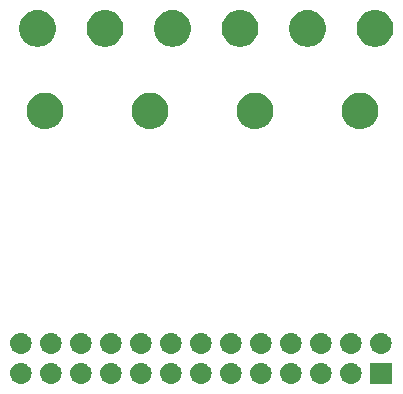
<source format=gbr>
G04 #@! TF.GenerationSoftware,KiCad,Pcbnew,(5.1.4)-1*
G04 #@! TF.CreationDate,2019-12-12T20:06:14+09:00*
G04 #@! TF.ProjectId,microcar_head,6d696372-6f63-4617-925f-686561642e6b,rev?*
G04 #@! TF.SameCoordinates,Original*
G04 #@! TF.FileFunction,Soldermask,Bot*
G04 #@! TF.FilePolarity,Negative*
%FSLAX46Y46*%
G04 Gerber Fmt 4.6, Leading zero omitted, Abs format (unit mm)*
G04 Created by KiCad (PCBNEW (5.1.4)-1) date 2019-12-12 20:06:14*
%MOMM*%
%LPD*%
G04 APERTURE LIST*
%ADD10C,0.100000*%
G04 APERTURE END LIST*
D10*
G36*
X20938443Y-63240519D02*
G01*
X21004627Y-63247037D01*
X21174466Y-63298557D01*
X21330991Y-63382222D01*
X21366729Y-63411552D01*
X21468186Y-63494814D01*
X21551448Y-63596271D01*
X21580778Y-63632009D01*
X21664443Y-63788534D01*
X21715963Y-63958373D01*
X21733359Y-64135000D01*
X21715963Y-64311627D01*
X21664443Y-64481466D01*
X21580778Y-64637991D01*
X21551448Y-64673729D01*
X21468186Y-64775186D01*
X21366729Y-64858448D01*
X21330991Y-64887778D01*
X21174466Y-64971443D01*
X21004627Y-65022963D01*
X20938442Y-65029482D01*
X20872260Y-65036000D01*
X20783740Y-65036000D01*
X20717558Y-65029482D01*
X20651373Y-65022963D01*
X20481534Y-64971443D01*
X20325009Y-64887778D01*
X20289271Y-64858448D01*
X20187814Y-64775186D01*
X20104552Y-64673729D01*
X20075222Y-64637991D01*
X19991557Y-64481466D01*
X19940037Y-64311627D01*
X19922641Y-64135000D01*
X19940037Y-63958373D01*
X19991557Y-63788534D01*
X20075222Y-63632009D01*
X20104552Y-63596271D01*
X20187814Y-63494814D01*
X20289271Y-63411552D01*
X20325009Y-63382222D01*
X20481534Y-63298557D01*
X20651373Y-63247037D01*
X20717557Y-63240519D01*
X20783740Y-63234000D01*
X20872260Y-63234000D01*
X20938443Y-63240519D01*
X20938443Y-63240519D01*
G37*
G36*
X43798443Y-63240519D02*
G01*
X43864627Y-63247037D01*
X44034466Y-63298557D01*
X44190991Y-63382222D01*
X44226729Y-63411552D01*
X44328186Y-63494814D01*
X44411448Y-63596271D01*
X44440778Y-63632009D01*
X44524443Y-63788534D01*
X44575963Y-63958373D01*
X44593359Y-64135000D01*
X44575963Y-64311627D01*
X44524443Y-64481466D01*
X44440778Y-64637991D01*
X44411448Y-64673729D01*
X44328186Y-64775186D01*
X44226729Y-64858448D01*
X44190991Y-64887778D01*
X44034466Y-64971443D01*
X43864627Y-65022963D01*
X43798442Y-65029482D01*
X43732260Y-65036000D01*
X43643740Y-65036000D01*
X43577558Y-65029482D01*
X43511373Y-65022963D01*
X43341534Y-64971443D01*
X43185009Y-64887778D01*
X43149271Y-64858448D01*
X43047814Y-64775186D01*
X42964552Y-64673729D01*
X42935222Y-64637991D01*
X42851557Y-64481466D01*
X42800037Y-64311627D01*
X42782641Y-64135000D01*
X42800037Y-63958373D01*
X42851557Y-63788534D01*
X42935222Y-63632009D01*
X42964552Y-63596271D01*
X43047814Y-63494814D01*
X43149271Y-63411552D01*
X43185009Y-63382222D01*
X43341534Y-63298557D01*
X43511373Y-63247037D01*
X43577557Y-63240519D01*
X43643740Y-63234000D01*
X43732260Y-63234000D01*
X43798443Y-63240519D01*
X43798443Y-63240519D01*
G37*
G36*
X48878443Y-63240519D02*
G01*
X48944627Y-63247037D01*
X49114466Y-63298557D01*
X49270991Y-63382222D01*
X49306729Y-63411552D01*
X49408186Y-63494814D01*
X49491448Y-63596271D01*
X49520778Y-63632009D01*
X49604443Y-63788534D01*
X49655963Y-63958373D01*
X49673359Y-64135000D01*
X49655963Y-64311627D01*
X49604443Y-64481466D01*
X49520778Y-64637991D01*
X49491448Y-64673729D01*
X49408186Y-64775186D01*
X49306729Y-64858448D01*
X49270991Y-64887778D01*
X49114466Y-64971443D01*
X48944627Y-65022963D01*
X48878442Y-65029482D01*
X48812260Y-65036000D01*
X48723740Y-65036000D01*
X48657558Y-65029482D01*
X48591373Y-65022963D01*
X48421534Y-64971443D01*
X48265009Y-64887778D01*
X48229271Y-64858448D01*
X48127814Y-64775186D01*
X48044552Y-64673729D01*
X48015222Y-64637991D01*
X47931557Y-64481466D01*
X47880037Y-64311627D01*
X47862641Y-64135000D01*
X47880037Y-63958373D01*
X47931557Y-63788534D01*
X48015222Y-63632009D01*
X48044552Y-63596271D01*
X48127814Y-63494814D01*
X48229271Y-63411552D01*
X48265009Y-63382222D01*
X48421534Y-63298557D01*
X48591373Y-63247037D01*
X48657557Y-63240519D01*
X48723740Y-63234000D01*
X48812260Y-63234000D01*
X48878443Y-63240519D01*
X48878443Y-63240519D01*
G37*
G36*
X46338443Y-63240519D02*
G01*
X46404627Y-63247037D01*
X46574466Y-63298557D01*
X46730991Y-63382222D01*
X46766729Y-63411552D01*
X46868186Y-63494814D01*
X46951448Y-63596271D01*
X46980778Y-63632009D01*
X47064443Y-63788534D01*
X47115963Y-63958373D01*
X47133359Y-64135000D01*
X47115963Y-64311627D01*
X47064443Y-64481466D01*
X46980778Y-64637991D01*
X46951448Y-64673729D01*
X46868186Y-64775186D01*
X46766729Y-64858448D01*
X46730991Y-64887778D01*
X46574466Y-64971443D01*
X46404627Y-65022963D01*
X46338442Y-65029482D01*
X46272260Y-65036000D01*
X46183740Y-65036000D01*
X46117558Y-65029482D01*
X46051373Y-65022963D01*
X45881534Y-64971443D01*
X45725009Y-64887778D01*
X45689271Y-64858448D01*
X45587814Y-64775186D01*
X45504552Y-64673729D01*
X45475222Y-64637991D01*
X45391557Y-64481466D01*
X45340037Y-64311627D01*
X45322641Y-64135000D01*
X45340037Y-63958373D01*
X45391557Y-63788534D01*
X45475222Y-63632009D01*
X45504552Y-63596271D01*
X45587814Y-63494814D01*
X45689271Y-63411552D01*
X45725009Y-63382222D01*
X45881534Y-63298557D01*
X46051373Y-63247037D01*
X46117557Y-63240519D01*
X46183740Y-63234000D01*
X46272260Y-63234000D01*
X46338443Y-63240519D01*
X46338443Y-63240519D01*
G37*
G36*
X41258443Y-63240519D02*
G01*
X41324627Y-63247037D01*
X41494466Y-63298557D01*
X41650991Y-63382222D01*
X41686729Y-63411552D01*
X41788186Y-63494814D01*
X41871448Y-63596271D01*
X41900778Y-63632009D01*
X41984443Y-63788534D01*
X42035963Y-63958373D01*
X42053359Y-64135000D01*
X42035963Y-64311627D01*
X41984443Y-64481466D01*
X41900778Y-64637991D01*
X41871448Y-64673729D01*
X41788186Y-64775186D01*
X41686729Y-64858448D01*
X41650991Y-64887778D01*
X41494466Y-64971443D01*
X41324627Y-65022963D01*
X41258442Y-65029482D01*
X41192260Y-65036000D01*
X41103740Y-65036000D01*
X41037558Y-65029482D01*
X40971373Y-65022963D01*
X40801534Y-64971443D01*
X40645009Y-64887778D01*
X40609271Y-64858448D01*
X40507814Y-64775186D01*
X40424552Y-64673729D01*
X40395222Y-64637991D01*
X40311557Y-64481466D01*
X40260037Y-64311627D01*
X40242641Y-64135000D01*
X40260037Y-63958373D01*
X40311557Y-63788534D01*
X40395222Y-63632009D01*
X40424552Y-63596271D01*
X40507814Y-63494814D01*
X40609271Y-63411552D01*
X40645009Y-63382222D01*
X40801534Y-63298557D01*
X40971373Y-63247037D01*
X41037557Y-63240519D01*
X41103740Y-63234000D01*
X41192260Y-63234000D01*
X41258443Y-63240519D01*
X41258443Y-63240519D01*
G37*
G36*
X38718443Y-63240519D02*
G01*
X38784627Y-63247037D01*
X38954466Y-63298557D01*
X39110991Y-63382222D01*
X39146729Y-63411552D01*
X39248186Y-63494814D01*
X39331448Y-63596271D01*
X39360778Y-63632009D01*
X39444443Y-63788534D01*
X39495963Y-63958373D01*
X39513359Y-64135000D01*
X39495963Y-64311627D01*
X39444443Y-64481466D01*
X39360778Y-64637991D01*
X39331448Y-64673729D01*
X39248186Y-64775186D01*
X39146729Y-64858448D01*
X39110991Y-64887778D01*
X38954466Y-64971443D01*
X38784627Y-65022963D01*
X38718442Y-65029482D01*
X38652260Y-65036000D01*
X38563740Y-65036000D01*
X38497558Y-65029482D01*
X38431373Y-65022963D01*
X38261534Y-64971443D01*
X38105009Y-64887778D01*
X38069271Y-64858448D01*
X37967814Y-64775186D01*
X37884552Y-64673729D01*
X37855222Y-64637991D01*
X37771557Y-64481466D01*
X37720037Y-64311627D01*
X37702641Y-64135000D01*
X37720037Y-63958373D01*
X37771557Y-63788534D01*
X37855222Y-63632009D01*
X37884552Y-63596271D01*
X37967814Y-63494814D01*
X38069271Y-63411552D01*
X38105009Y-63382222D01*
X38261534Y-63298557D01*
X38431373Y-63247037D01*
X38497557Y-63240519D01*
X38563740Y-63234000D01*
X38652260Y-63234000D01*
X38718443Y-63240519D01*
X38718443Y-63240519D01*
G37*
G36*
X36178443Y-63240519D02*
G01*
X36244627Y-63247037D01*
X36414466Y-63298557D01*
X36570991Y-63382222D01*
X36606729Y-63411552D01*
X36708186Y-63494814D01*
X36791448Y-63596271D01*
X36820778Y-63632009D01*
X36904443Y-63788534D01*
X36955963Y-63958373D01*
X36973359Y-64135000D01*
X36955963Y-64311627D01*
X36904443Y-64481466D01*
X36820778Y-64637991D01*
X36791448Y-64673729D01*
X36708186Y-64775186D01*
X36606729Y-64858448D01*
X36570991Y-64887778D01*
X36414466Y-64971443D01*
X36244627Y-65022963D01*
X36178442Y-65029482D01*
X36112260Y-65036000D01*
X36023740Y-65036000D01*
X35957558Y-65029482D01*
X35891373Y-65022963D01*
X35721534Y-64971443D01*
X35565009Y-64887778D01*
X35529271Y-64858448D01*
X35427814Y-64775186D01*
X35344552Y-64673729D01*
X35315222Y-64637991D01*
X35231557Y-64481466D01*
X35180037Y-64311627D01*
X35162641Y-64135000D01*
X35180037Y-63958373D01*
X35231557Y-63788534D01*
X35315222Y-63632009D01*
X35344552Y-63596271D01*
X35427814Y-63494814D01*
X35529271Y-63411552D01*
X35565009Y-63382222D01*
X35721534Y-63298557D01*
X35891373Y-63247037D01*
X35957557Y-63240519D01*
X36023740Y-63234000D01*
X36112260Y-63234000D01*
X36178443Y-63240519D01*
X36178443Y-63240519D01*
G37*
G36*
X33638443Y-63240519D02*
G01*
X33704627Y-63247037D01*
X33874466Y-63298557D01*
X34030991Y-63382222D01*
X34066729Y-63411552D01*
X34168186Y-63494814D01*
X34251448Y-63596271D01*
X34280778Y-63632009D01*
X34364443Y-63788534D01*
X34415963Y-63958373D01*
X34433359Y-64135000D01*
X34415963Y-64311627D01*
X34364443Y-64481466D01*
X34280778Y-64637991D01*
X34251448Y-64673729D01*
X34168186Y-64775186D01*
X34066729Y-64858448D01*
X34030991Y-64887778D01*
X33874466Y-64971443D01*
X33704627Y-65022963D01*
X33638442Y-65029482D01*
X33572260Y-65036000D01*
X33483740Y-65036000D01*
X33417558Y-65029482D01*
X33351373Y-65022963D01*
X33181534Y-64971443D01*
X33025009Y-64887778D01*
X32989271Y-64858448D01*
X32887814Y-64775186D01*
X32804552Y-64673729D01*
X32775222Y-64637991D01*
X32691557Y-64481466D01*
X32640037Y-64311627D01*
X32622641Y-64135000D01*
X32640037Y-63958373D01*
X32691557Y-63788534D01*
X32775222Y-63632009D01*
X32804552Y-63596271D01*
X32887814Y-63494814D01*
X32989271Y-63411552D01*
X33025009Y-63382222D01*
X33181534Y-63298557D01*
X33351373Y-63247037D01*
X33417557Y-63240519D01*
X33483740Y-63234000D01*
X33572260Y-63234000D01*
X33638443Y-63240519D01*
X33638443Y-63240519D01*
G37*
G36*
X31098443Y-63240519D02*
G01*
X31164627Y-63247037D01*
X31334466Y-63298557D01*
X31490991Y-63382222D01*
X31526729Y-63411552D01*
X31628186Y-63494814D01*
X31711448Y-63596271D01*
X31740778Y-63632009D01*
X31824443Y-63788534D01*
X31875963Y-63958373D01*
X31893359Y-64135000D01*
X31875963Y-64311627D01*
X31824443Y-64481466D01*
X31740778Y-64637991D01*
X31711448Y-64673729D01*
X31628186Y-64775186D01*
X31526729Y-64858448D01*
X31490991Y-64887778D01*
X31334466Y-64971443D01*
X31164627Y-65022963D01*
X31098442Y-65029482D01*
X31032260Y-65036000D01*
X30943740Y-65036000D01*
X30877558Y-65029482D01*
X30811373Y-65022963D01*
X30641534Y-64971443D01*
X30485009Y-64887778D01*
X30449271Y-64858448D01*
X30347814Y-64775186D01*
X30264552Y-64673729D01*
X30235222Y-64637991D01*
X30151557Y-64481466D01*
X30100037Y-64311627D01*
X30082641Y-64135000D01*
X30100037Y-63958373D01*
X30151557Y-63788534D01*
X30235222Y-63632009D01*
X30264552Y-63596271D01*
X30347814Y-63494814D01*
X30449271Y-63411552D01*
X30485009Y-63382222D01*
X30641534Y-63298557D01*
X30811373Y-63247037D01*
X30877557Y-63240519D01*
X30943740Y-63234000D01*
X31032260Y-63234000D01*
X31098443Y-63240519D01*
X31098443Y-63240519D01*
G37*
G36*
X28558443Y-63240519D02*
G01*
X28624627Y-63247037D01*
X28794466Y-63298557D01*
X28950991Y-63382222D01*
X28986729Y-63411552D01*
X29088186Y-63494814D01*
X29171448Y-63596271D01*
X29200778Y-63632009D01*
X29284443Y-63788534D01*
X29335963Y-63958373D01*
X29353359Y-64135000D01*
X29335963Y-64311627D01*
X29284443Y-64481466D01*
X29200778Y-64637991D01*
X29171448Y-64673729D01*
X29088186Y-64775186D01*
X28986729Y-64858448D01*
X28950991Y-64887778D01*
X28794466Y-64971443D01*
X28624627Y-65022963D01*
X28558442Y-65029482D01*
X28492260Y-65036000D01*
X28403740Y-65036000D01*
X28337558Y-65029482D01*
X28271373Y-65022963D01*
X28101534Y-64971443D01*
X27945009Y-64887778D01*
X27909271Y-64858448D01*
X27807814Y-64775186D01*
X27724552Y-64673729D01*
X27695222Y-64637991D01*
X27611557Y-64481466D01*
X27560037Y-64311627D01*
X27542641Y-64135000D01*
X27560037Y-63958373D01*
X27611557Y-63788534D01*
X27695222Y-63632009D01*
X27724552Y-63596271D01*
X27807814Y-63494814D01*
X27909271Y-63411552D01*
X27945009Y-63382222D01*
X28101534Y-63298557D01*
X28271373Y-63247037D01*
X28337557Y-63240519D01*
X28403740Y-63234000D01*
X28492260Y-63234000D01*
X28558443Y-63240519D01*
X28558443Y-63240519D01*
G37*
G36*
X26018443Y-63240519D02*
G01*
X26084627Y-63247037D01*
X26254466Y-63298557D01*
X26410991Y-63382222D01*
X26446729Y-63411552D01*
X26548186Y-63494814D01*
X26631448Y-63596271D01*
X26660778Y-63632009D01*
X26744443Y-63788534D01*
X26795963Y-63958373D01*
X26813359Y-64135000D01*
X26795963Y-64311627D01*
X26744443Y-64481466D01*
X26660778Y-64637991D01*
X26631448Y-64673729D01*
X26548186Y-64775186D01*
X26446729Y-64858448D01*
X26410991Y-64887778D01*
X26254466Y-64971443D01*
X26084627Y-65022963D01*
X26018442Y-65029482D01*
X25952260Y-65036000D01*
X25863740Y-65036000D01*
X25797558Y-65029482D01*
X25731373Y-65022963D01*
X25561534Y-64971443D01*
X25405009Y-64887778D01*
X25369271Y-64858448D01*
X25267814Y-64775186D01*
X25184552Y-64673729D01*
X25155222Y-64637991D01*
X25071557Y-64481466D01*
X25020037Y-64311627D01*
X25002641Y-64135000D01*
X25020037Y-63958373D01*
X25071557Y-63788534D01*
X25155222Y-63632009D01*
X25184552Y-63596271D01*
X25267814Y-63494814D01*
X25369271Y-63411552D01*
X25405009Y-63382222D01*
X25561534Y-63298557D01*
X25731373Y-63247037D01*
X25797557Y-63240519D01*
X25863740Y-63234000D01*
X25952260Y-63234000D01*
X26018443Y-63240519D01*
X26018443Y-63240519D01*
G37*
G36*
X23478443Y-63240519D02*
G01*
X23544627Y-63247037D01*
X23714466Y-63298557D01*
X23870991Y-63382222D01*
X23906729Y-63411552D01*
X24008186Y-63494814D01*
X24091448Y-63596271D01*
X24120778Y-63632009D01*
X24204443Y-63788534D01*
X24255963Y-63958373D01*
X24273359Y-64135000D01*
X24255963Y-64311627D01*
X24204443Y-64481466D01*
X24120778Y-64637991D01*
X24091448Y-64673729D01*
X24008186Y-64775186D01*
X23906729Y-64858448D01*
X23870991Y-64887778D01*
X23714466Y-64971443D01*
X23544627Y-65022963D01*
X23478442Y-65029482D01*
X23412260Y-65036000D01*
X23323740Y-65036000D01*
X23257558Y-65029482D01*
X23191373Y-65022963D01*
X23021534Y-64971443D01*
X22865009Y-64887778D01*
X22829271Y-64858448D01*
X22727814Y-64775186D01*
X22644552Y-64673729D01*
X22615222Y-64637991D01*
X22531557Y-64481466D01*
X22480037Y-64311627D01*
X22462641Y-64135000D01*
X22480037Y-63958373D01*
X22531557Y-63788534D01*
X22615222Y-63632009D01*
X22644552Y-63596271D01*
X22727814Y-63494814D01*
X22829271Y-63411552D01*
X22865009Y-63382222D01*
X23021534Y-63298557D01*
X23191373Y-63247037D01*
X23257557Y-63240519D01*
X23323740Y-63234000D01*
X23412260Y-63234000D01*
X23478443Y-63240519D01*
X23478443Y-63240519D01*
G37*
G36*
X52209000Y-65036000D02*
G01*
X50407000Y-65036000D01*
X50407000Y-63234000D01*
X52209000Y-63234000D01*
X52209000Y-65036000D01*
X52209000Y-65036000D01*
G37*
G36*
X23478443Y-60700519D02*
G01*
X23544627Y-60707037D01*
X23714466Y-60758557D01*
X23870991Y-60842222D01*
X23906729Y-60871552D01*
X24008186Y-60954814D01*
X24091448Y-61056271D01*
X24120778Y-61092009D01*
X24204443Y-61248534D01*
X24255963Y-61418373D01*
X24273359Y-61595000D01*
X24255963Y-61771627D01*
X24204443Y-61941466D01*
X24120778Y-62097991D01*
X24091448Y-62133729D01*
X24008186Y-62235186D01*
X23906729Y-62318448D01*
X23870991Y-62347778D01*
X23714466Y-62431443D01*
X23544627Y-62482963D01*
X23478443Y-62489481D01*
X23412260Y-62496000D01*
X23323740Y-62496000D01*
X23257557Y-62489481D01*
X23191373Y-62482963D01*
X23021534Y-62431443D01*
X22865009Y-62347778D01*
X22829271Y-62318448D01*
X22727814Y-62235186D01*
X22644552Y-62133729D01*
X22615222Y-62097991D01*
X22531557Y-61941466D01*
X22480037Y-61771627D01*
X22462641Y-61595000D01*
X22480037Y-61418373D01*
X22531557Y-61248534D01*
X22615222Y-61092009D01*
X22644552Y-61056271D01*
X22727814Y-60954814D01*
X22829271Y-60871552D01*
X22865009Y-60842222D01*
X23021534Y-60758557D01*
X23191373Y-60707037D01*
X23257557Y-60700519D01*
X23323740Y-60694000D01*
X23412260Y-60694000D01*
X23478443Y-60700519D01*
X23478443Y-60700519D01*
G37*
G36*
X51418443Y-60700519D02*
G01*
X51484627Y-60707037D01*
X51654466Y-60758557D01*
X51810991Y-60842222D01*
X51846729Y-60871552D01*
X51948186Y-60954814D01*
X52031448Y-61056271D01*
X52060778Y-61092009D01*
X52144443Y-61248534D01*
X52195963Y-61418373D01*
X52213359Y-61595000D01*
X52195963Y-61771627D01*
X52144443Y-61941466D01*
X52060778Y-62097991D01*
X52031448Y-62133729D01*
X51948186Y-62235186D01*
X51846729Y-62318448D01*
X51810991Y-62347778D01*
X51654466Y-62431443D01*
X51484627Y-62482963D01*
X51418443Y-62489481D01*
X51352260Y-62496000D01*
X51263740Y-62496000D01*
X51197557Y-62489481D01*
X51131373Y-62482963D01*
X50961534Y-62431443D01*
X50805009Y-62347778D01*
X50769271Y-62318448D01*
X50667814Y-62235186D01*
X50584552Y-62133729D01*
X50555222Y-62097991D01*
X50471557Y-61941466D01*
X50420037Y-61771627D01*
X50402641Y-61595000D01*
X50420037Y-61418373D01*
X50471557Y-61248534D01*
X50555222Y-61092009D01*
X50584552Y-61056271D01*
X50667814Y-60954814D01*
X50769271Y-60871552D01*
X50805009Y-60842222D01*
X50961534Y-60758557D01*
X51131373Y-60707037D01*
X51197557Y-60700519D01*
X51263740Y-60694000D01*
X51352260Y-60694000D01*
X51418443Y-60700519D01*
X51418443Y-60700519D01*
G37*
G36*
X48878443Y-60700519D02*
G01*
X48944627Y-60707037D01*
X49114466Y-60758557D01*
X49270991Y-60842222D01*
X49306729Y-60871552D01*
X49408186Y-60954814D01*
X49491448Y-61056271D01*
X49520778Y-61092009D01*
X49604443Y-61248534D01*
X49655963Y-61418373D01*
X49673359Y-61595000D01*
X49655963Y-61771627D01*
X49604443Y-61941466D01*
X49520778Y-62097991D01*
X49491448Y-62133729D01*
X49408186Y-62235186D01*
X49306729Y-62318448D01*
X49270991Y-62347778D01*
X49114466Y-62431443D01*
X48944627Y-62482963D01*
X48878443Y-62489481D01*
X48812260Y-62496000D01*
X48723740Y-62496000D01*
X48657557Y-62489481D01*
X48591373Y-62482963D01*
X48421534Y-62431443D01*
X48265009Y-62347778D01*
X48229271Y-62318448D01*
X48127814Y-62235186D01*
X48044552Y-62133729D01*
X48015222Y-62097991D01*
X47931557Y-61941466D01*
X47880037Y-61771627D01*
X47862641Y-61595000D01*
X47880037Y-61418373D01*
X47931557Y-61248534D01*
X48015222Y-61092009D01*
X48044552Y-61056271D01*
X48127814Y-60954814D01*
X48229271Y-60871552D01*
X48265009Y-60842222D01*
X48421534Y-60758557D01*
X48591373Y-60707037D01*
X48657557Y-60700519D01*
X48723740Y-60694000D01*
X48812260Y-60694000D01*
X48878443Y-60700519D01*
X48878443Y-60700519D01*
G37*
G36*
X26018443Y-60700519D02*
G01*
X26084627Y-60707037D01*
X26254466Y-60758557D01*
X26410991Y-60842222D01*
X26446729Y-60871552D01*
X26548186Y-60954814D01*
X26631448Y-61056271D01*
X26660778Y-61092009D01*
X26744443Y-61248534D01*
X26795963Y-61418373D01*
X26813359Y-61595000D01*
X26795963Y-61771627D01*
X26744443Y-61941466D01*
X26660778Y-62097991D01*
X26631448Y-62133729D01*
X26548186Y-62235186D01*
X26446729Y-62318448D01*
X26410991Y-62347778D01*
X26254466Y-62431443D01*
X26084627Y-62482963D01*
X26018443Y-62489481D01*
X25952260Y-62496000D01*
X25863740Y-62496000D01*
X25797557Y-62489481D01*
X25731373Y-62482963D01*
X25561534Y-62431443D01*
X25405009Y-62347778D01*
X25369271Y-62318448D01*
X25267814Y-62235186D01*
X25184552Y-62133729D01*
X25155222Y-62097991D01*
X25071557Y-61941466D01*
X25020037Y-61771627D01*
X25002641Y-61595000D01*
X25020037Y-61418373D01*
X25071557Y-61248534D01*
X25155222Y-61092009D01*
X25184552Y-61056271D01*
X25267814Y-60954814D01*
X25369271Y-60871552D01*
X25405009Y-60842222D01*
X25561534Y-60758557D01*
X25731373Y-60707037D01*
X25797557Y-60700519D01*
X25863740Y-60694000D01*
X25952260Y-60694000D01*
X26018443Y-60700519D01*
X26018443Y-60700519D01*
G37*
G36*
X28558443Y-60700519D02*
G01*
X28624627Y-60707037D01*
X28794466Y-60758557D01*
X28950991Y-60842222D01*
X28986729Y-60871552D01*
X29088186Y-60954814D01*
X29171448Y-61056271D01*
X29200778Y-61092009D01*
X29284443Y-61248534D01*
X29335963Y-61418373D01*
X29353359Y-61595000D01*
X29335963Y-61771627D01*
X29284443Y-61941466D01*
X29200778Y-62097991D01*
X29171448Y-62133729D01*
X29088186Y-62235186D01*
X28986729Y-62318448D01*
X28950991Y-62347778D01*
X28794466Y-62431443D01*
X28624627Y-62482963D01*
X28558443Y-62489481D01*
X28492260Y-62496000D01*
X28403740Y-62496000D01*
X28337557Y-62489481D01*
X28271373Y-62482963D01*
X28101534Y-62431443D01*
X27945009Y-62347778D01*
X27909271Y-62318448D01*
X27807814Y-62235186D01*
X27724552Y-62133729D01*
X27695222Y-62097991D01*
X27611557Y-61941466D01*
X27560037Y-61771627D01*
X27542641Y-61595000D01*
X27560037Y-61418373D01*
X27611557Y-61248534D01*
X27695222Y-61092009D01*
X27724552Y-61056271D01*
X27807814Y-60954814D01*
X27909271Y-60871552D01*
X27945009Y-60842222D01*
X28101534Y-60758557D01*
X28271373Y-60707037D01*
X28337557Y-60700519D01*
X28403740Y-60694000D01*
X28492260Y-60694000D01*
X28558443Y-60700519D01*
X28558443Y-60700519D01*
G37*
G36*
X20938443Y-60700519D02*
G01*
X21004627Y-60707037D01*
X21174466Y-60758557D01*
X21330991Y-60842222D01*
X21366729Y-60871552D01*
X21468186Y-60954814D01*
X21551448Y-61056271D01*
X21580778Y-61092009D01*
X21664443Y-61248534D01*
X21715963Y-61418373D01*
X21733359Y-61595000D01*
X21715963Y-61771627D01*
X21664443Y-61941466D01*
X21580778Y-62097991D01*
X21551448Y-62133729D01*
X21468186Y-62235186D01*
X21366729Y-62318448D01*
X21330991Y-62347778D01*
X21174466Y-62431443D01*
X21004627Y-62482963D01*
X20938443Y-62489481D01*
X20872260Y-62496000D01*
X20783740Y-62496000D01*
X20717557Y-62489481D01*
X20651373Y-62482963D01*
X20481534Y-62431443D01*
X20325009Y-62347778D01*
X20289271Y-62318448D01*
X20187814Y-62235186D01*
X20104552Y-62133729D01*
X20075222Y-62097991D01*
X19991557Y-61941466D01*
X19940037Y-61771627D01*
X19922641Y-61595000D01*
X19940037Y-61418373D01*
X19991557Y-61248534D01*
X20075222Y-61092009D01*
X20104552Y-61056271D01*
X20187814Y-60954814D01*
X20289271Y-60871552D01*
X20325009Y-60842222D01*
X20481534Y-60758557D01*
X20651373Y-60707037D01*
X20717557Y-60700519D01*
X20783740Y-60694000D01*
X20872260Y-60694000D01*
X20938443Y-60700519D01*
X20938443Y-60700519D01*
G37*
G36*
X46338443Y-60700519D02*
G01*
X46404627Y-60707037D01*
X46574466Y-60758557D01*
X46730991Y-60842222D01*
X46766729Y-60871552D01*
X46868186Y-60954814D01*
X46951448Y-61056271D01*
X46980778Y-61092009D01*
X47064443Y-61248534D01*
X47115963Y-61418373D01*
X47133359Y-61595000D01*
X47115963Y-61771627D01*
X47064443Y-61941466D01*
X46980778Y-62097991D01*
X46951448Y-62133729D01*
X46868186Y-62235186D01*
X46766729Y-62318448D01*
X46730991Y-62347778D01*
X46574466Y-62431443D01*
X46404627Y-62482963D01*
X46338443Y-62489481D01*
X46272260Y-62496000D01*
X46183740Y-62496000D01*
X46117557Y-62489481D01*
X46051373Y-62482963D01*
X45881534Y-62431443D01*
X45725009Y-62347778D01*
X45689271Y-62318448D01*
X45587814Y-62235186D01*
X45504552Y-62133729D01*
X45475222Y-62097991D01*
X45391557Y-61941466D01*
X45340037Y-61771627D01*
X45322641Y-61595000D01*
X45340037Y-61418373D01*
X45391557Y-61248534D01*
X45475222Y-61092009D01*
X45504552Y-61056271D01*
X45587814Y-60954814D01*
X45689271Y-60871552D01*
X45725009Y-60842222D01*
X45881534Y-60758557D01*
X46051373Y-60707037D01*
X46117557Y-60700519D01*
X46183740Y-60694000D01*
X46272260Y-60694000D01*
X46338443Y-60700519D01*
X46338443Y-60700519D01*
G37*
G36*
X31098443Y-60700519D02*
G01*
X31164627Y-60707037D01*
X31334466Y-60758557D01*
X31490991Y-60842222D01*
X31526729Y-60871552D01*
X31628186Y-60954814D01*
X31711448Y-61056271D01*
X31740778Y-61092009D01*
X31824443Y-61248534D01*
X31875963Y-61418373D01*
X31893359Y-61595000D01*
X31875963Y-61771627D01*
X31824443Y-61941466D01*
X31740778Y-62097991D01*
X31711448Y-62133729D01*
X31628186Y-62235186D01*
X31526729Y-62318448D01*
X31490991Y-62347778D01*
X31334466Y-62431443D01*
X31164627Y-62482963D01*
X31098443Y-62489481D01*
X31032260Y-62496000D01*
X30943740Y-62496000D01*
X30877557Y-62489481D01*
X30811373Y-62482963D01*
X30641534Y-62431443D01*
X30485009Y-62347778D01*
X30449271Y-62318448D01*
X30347814Y-62235186D01*
X30264552Y-62133729D01*
X30235222Y-62097991D01*
X30151557Y-61941466D01*
X30100037Y-61771627D01*
X30082641Y-61595000D01*
X30100037Y-61418373D01*
X30151557Y-61248534D01*
X30235222Y-61092009D01*
X30264552Y-61056271D01*
X30347814Y-60954814D01*
X30449271Y-60871552D01*
X30485009Y-60842222D01*
X30641534Y-60758557D01*
X30811373Y-60707037D01*
X30877557Y-60700519D01*
X30943740Y-60694000D01*
X31032260Y-60694000D01*
X31098443Y-60700519D01*
X31098443Y-60700519D01*
G37*
G36*
X33638443Y-60700519D02*
G01*
X33704627Y-60707037D01*
X33874466Y-60758557D01*
X34030991Y-60842222D01*
X34066729Y-60871552D01*
X34168186Y-60954814D01*
X34251448Y-61056271D01*
X34280778Y-61092009D01*
X34364443Y-61248534D01*
X34415963Y-61418373D01*
X34433359Y-61595000D01*
X34415963Y-61771627D01*
X34364443Y-61941466D01*
X34280778Y-62097991D01*
X34251448Y-62133729D01*
X34168186Y-62235186D01*
X34066729Y-62318448D01*
X34030991Y-62347778D01*
X33874466Y-62431443D01*
X33704627Y-62482963D01*
X33638443Y-62489481D01*
X33572260Y-62496000D01*
X33483740Y-62496000D01*
X33417557Y-62489481D01*
X33351373Y-62482963D01*
X33181534Y-62431443D01*
X33025009Y-62347778D01*
X32989271Y-62318448D01*
X32887814Y-62235186D01*
X32804552Y-62133729D01*
X32775222Y-62097991D01*
X32691557Y-61941466D01*
X32640037Y-61771627D01*
X32622641Y-61595000D01*
X32640037Y-61418373D01*
X32691557Y-61248534D01*
X32775222Y-61092009D01*
X32804552Y-61056271D01*
X32887814Y-60954814D01*
X32989271Y-60871552D01*
X33025009Y-60842222D01*
X33181534Y-60758557D01*
X33351373Y-60707037D01*
X33417557Y-60700519D01*
X33483740Y-60694000D01*
X33572260Y-60694000D01*
X33638443Y-60700519D01*
X33638443Y-60700519D01*
G37*
G36*
X43798443Y-60700519D02*
G01*
X43864627Y-60707037D01*
X44034466Y-60758557D01*
X44190991Y-60842222D01*
X44226729Y-60871552D01*
X44328186Y-60954814D01*
X44411448Y-61056271D01*
X44440778Y-61092009D01*
X44524443Y-61248534D01*
X44575963Y-61418373D01*
X44593359Y-61595000D01*
X44575963Y-61771627D01*
X44524443Y-61941466D01*
X44440778Y-62097991D01*
X44411448Y-62133729D01*
X44328186Y-62235186D01*
X44226729Y-62318448D01*
X44190991Y-62347778D01*
X44034466Y-62431443D01*
X43864627Y-62482963D01*
X43798443Y-62489481D01*
X43732260Y-62496000D01*
X43643740Y-62496000D01*
X43577557Y-62489481D01*
X43511373Y-62482963D01*
X43341534Y-62431443D01*
X43185009Y-62347778D01*
X43149271Y-62318448D01*
X43047814Y-62235186D01*
X42964552Y-62133729D01*
X42935222Y-62097991D01*
X42851557Y-61941466D01*
X42800037Y-61771627D01*
X42782641Y-61595000D01*
X42800037Y-61418373D01*
X42851557Y-61248534D01*
X42935222Y-61092009D01*
X42964552Y-61056271D01*
X43047814Y-60954814D01*
X43149271Y-60871552D01*
X43185009Y-60842222D01*
X43341534Y-60758557D01*
X43511373Y-60707037D01*
X43577557Y-60700519D01*
X43643740Y-60694000D01*
X43732260Y-60694000D01*
X43798443Y-60700519D01*
X43798443Y-60700519D01*
G37*
G36*
X36178443Y-60700519D02*
G01*
X36244627Y-60707037D01*
X36414466Y-60758557D01*
X36570991Y-60842222D01*
X36606729Y-60871552D01*
X36708186Y-60954814D01*
X36791448Y-61056271D01*
X36820778Y-61092009D01*
X36904443Y-61248534D01*
X36955963Y-61418373D01*
X36973359Y-61595000D01*
X36955963Y-61771627D01*
X36904443Y-61941466D01*
X36820778Y-62097991D01*
X36791448Y-62133729D01*
X36708186Y-62235186D01*
X36606729Y-62318448D01*
X36570991Y-62347778D01*
X36414466Y-62431443D01*
X36244627Y-62482963D01*
X36178443Y-62489481D01*
X36112260Y-62496000D01*
X36023740Y-62496000D01*
X35957557Y-62489481D01*
X35891373Y-62482963D01*
X35721534Y-62431443D01*
X35565009Y-62347778D01*
X35529271Y-62318448D01*
X35427814Y-62235186D01*
X35344552Y-62133729D01*
X35315222Y-62097991D01*
X35231557Y-61941466D01*
X35180037Y-61771627D01*
X35162641Y-61595000D01*
X35180037Y-61418373D01*
X35231557Y-61248534D01*
X35315222Y-61092009D01*
X35344552Y-61056271D01*
X35427814Y-60954814D01*
X35529271Y-60871552D01*
X35565009Y-60842222D01*
X35721534Y-60758557D01*
X35891373Y-60707037D01*
X35957557Y-60700519D01*
X36023740Y-60694000D01*
X36112260Y-60694000D01*
X36178443Y-60700519D01*
X36178443Y-60700519D01*
G37*
G36*
X38718443Y-60700519D02*
G01*
X38784627Y-60707037D01*
X38954466Y-60758557D01*
X39110991Y-60842222D01*
X39146729Y-60871552D01*
X39248186Y-60954814D01*
X39331448Y-61056271D01*
X39360778Y-61092009D01*
X39444443Y-61248534D01*
X39495963Y-61418373D01*
X39513359Y-61595000D01*
X39495963Y-61771627D01*
X39444443Y-61941466D01*
X39360778Y-62097991D01*
X39331448Y-62133729D01*
X39248186Y-62235186D01*
X39146729Y-62318448D01*
X39110991Y-62347778D01*
X38954466Y-62431443D01*
X38784627Y-62482963D01*
X38718443Y-62489481D01*
X38652260Y-62496000D01*
X38563740Y-62496000D01*
X38497557Y-62489481D01*
X38431373Y-62482963D01*
X38261534Y-62431443D01*
X38105009Y-62347778D01*
X38069271Y-62318448D01*
X37967814Y-62235186D01*
X37884552Y-62133729D01*
X37855222Y-62097991D01*
X37771557Y-61941466D01*
X37720037Y-61771627D01*
X37702641Y-61595000D01*
X37720037Y-61418373D01*
X37771557Y-61248534D01*
X37855222Y-61092009D01*
X37884552Y-61056271D01*
X37967814Y-60954814D01*
X38069271Y-60871552D01*
X38105009Y-60842222D01*
X38261534Y-60758557D01*
X38431373Y-60707037D01*
X38497557Y-60700519D01*
X38563740Y-60694000D01*
X38652260Y-60694000D01*
X38718443Y-60700519D01*
X38718443Y-60700519D01*
G37*
G36*
X41258443Y-60700519D02*
G01*
X41324627Y-60707037D01*
X41494466Y-60758557D01*
X41650991Y-60842222D01*
X41686729Y-60871552D01*
X41788186Y-60954814D01*
X41871448Y-61056271D01*
X41900778Y-61092009D01*
X41984443Y-61248534D01*
X42035963Y-61418373D01*
X42053359Y-61595000D01*
X42035963Y-61771627D01*
X41984443Y-61941466D01*
X41900778Y-62097991D01*
X41871448Y-62133729D01*
X41788186Y-62235186D01*
X41686729Y-62318448D01*
X41650991Y-62347778D01*
X41494466Y-62431443D01*
X41324627Y-62482963D01*
X41258443Y-62489481D01*
X41192260Y-62496000D01*
X41103740Y-62496000D01*
X41037557Y-62489481D01*
X40971373Y-62482963D01*
X40801534Y-62431443D01*
X40645009Y-62347778D01*
X40609271Y-62318448D01*
X40507814Y-62235186D01*
X40424552Y-62133729D01*
X40395222Y-62097991D01*
X40311557Y-61941466D01*
X40260037Y-61771627D01*
X40242641Y-61595000D01*
X40260037Y-61418373D01*
X40311557Y-61248534D01*
X40395222Y-61092009D01*
X40424552Y-61056271D01*
X40507814Y-60954814D01*
X40609271Y-60871552D01*
X40645009Y-60842222D01*
X40801534Y-60758557D01*
X40971373Y-60707037D01*
X41037557Y-60700519D01*
X41103740Y-60694000D01*
X41192260Y-60694000D01*
X41258443Y-60700519D01*
X41258443Y-60700519D01*
G37*
G36*
X40942585Y-40388802D02*
G01*
X41092410Y-40418604D01*
X41374674Y-40535521D01*
X41628705Y-40705259D01*
X41844741Y-40921295D01*
X42014479Y-41175326D01*
X42131396Y-41457590D01*
X42191000Y-41757240D01*
X42191000Y-42062760D01*
X42131396Y-42362410D01*
X42014479Y-42644674D01*
X41844741Y-42898705D01*
X41628705Y-43114741D01*
X41374674Y-43284479D01*
X41092410Y-43401396D01*
X40942585Y-43431198D01*
X40792761Y-43461000D01*
X40487239Y-43461000D01*
X40337415Y-43431198D01*
X40187590Y-43401396D01*
X39905326Y-43284479D01*
X39651295Y-43114741D01*
X39435259Y-42898705D01*
X39265521Y-42644674D01*
X39148604Y-42362410D01*
X39089000Y-42062760D01*
X39089000Y-41757240D01*
X39148604Y-41457590D01*
X39265521Y-41175326D01*
X39435259Y-40921295D01*
X39651295Y-40705259D01*
X39905326Y-40535521D01*
X40187590Y-40418604D01*
X40337415Y-40388802D01*
X40487239Y-40359000D01*
X40792761Y-40359000D01*
X40942585Y-40388802D01*
X40942585Y-40388802D01*
G37*
G36*
X23162585Y-40388802D02*
G01*
X23312410Y-40418604D01*
X23594674Y-40535521D01*
X23848705Y-40705259D01*
X24064741Y-40921295D01*
X24234479Y-41175326D01*
X24351396Y-41457590D01*
X24411000Y-41757240D01*
X24411000Y-42062760D01*
X24351396Y-42362410D01*
X24234479Y-42644674D01*
X24064741Y-42898705D01*
X23848705Y-43114741D01*
X23594674Y-43284479D01*
X23312410Y-43401396D01*
X23162585Y-43431198D01*
X23012761Y-43461000D01*
X22707239Y-43461000D01*
X22557415Y-43431198D01*
X22407590Y-43401396D01*
X22125326Y-43284479D01*
X21871295Y-43114741D01*
X21655259Y-42898705D01*
X21485521Y-42644674D01*
X21368604Y-42362410D01*
X21309000Y-42062760D01*
X21309000Y-41757240D01*
X21368604Y-41457590D01*
X21485521Y-41175326D01*
X21655259Y-40921295D01*
X21871295Y-40705259D01*
X22125326Y-40535521D01*
X22407590Y-40418604D01*
X22557415Y-40388802D01*
X22707239Y-40359000D01*
X23012761Y-40359000D01*
X23162585Y-40388802D01*
X23162585Y-40388802D01*
G37*
G36*
X49832585Y-40388802D02*
G01*
X49982410Y-40418604D01*
X50264674Y-40535521D01*
X50518705Y-40705259D01*
X50734741Y-40921295D01*
X50904479Y-41175326D01*
X51021396Y-41457590D01*
X51081000Y-41757240D01*
X51081000Y-42062760D01*
X51021396Y-42362410D01*
X50904479Y-42644674D01*
X50734741Y-42898705D01*
X50518705Y-43114741D01*
X50264674Y-43284479D01*
X49982410Y-43401396D01*
X49832585Y-43431198D01*
X49682761Y-43461000D01*
X49377239Y-43461000D01*
X49227415Y-43431198D01*
X49077590Y-43401396D01*
X48795326Y-43284479D01*
X48541295Y-43114741D01*
X48325259Y-42898705D01*
X48155521Y-42644674D01*
X48038604Y-42362410D01*
X47979000Y-42062760D01*
X47979000Y-41757240D01*
X48038604Y-41457590D01*
X48155521Y-41175326D01*
X48325259Y-40921295D01*
X48541295Y-40705259D01*
X48795326Y-40535521D01*
X49077590Y-40418604D01*
X49227415Y-40388802D01*
X49377239Y-40359000D01*
X49682761Y-40359000D01*
X49832585Y-40388802D01*
X49832585Y-40388802D01*
G37*
G36*
X32052585Y-40388802D02*
G01*
X32202410Y-40418604D01*
X32484674Y-40535521D01*
X32738705Y-40705259D01*
X32954741Y-40921295D01*
X33124479Y-41175326D01*
X33241396Y-41457590D01*
X33301000Y-41757240D01*
X33301000Y-42062760D01*
X33241396Y-42362410D01*
X33124479Y-42644674D01*
X32954741Y-42898705D01*
X32738705Y-43114741D01*
X32484674Y-43284479D01*
X32202410Y-43401396D01*
X32052585Y-43431198D01*
X31902761Y-43461000D01*
X31597239Y-43461000D01*
X31447415Y-43431198D01*
X31297590Y-43401396D01*
X31015326Y-43284479D01*
X30761295Y-43114741D01*
X30545259Y-42898705D01*
X30375521Y-42644674D01*
X30258604Y-42362410D01*
X30199000Y-42062760D01*
X30199000Y-41757240D01*
X30258604Y-41457590D01*
X30375521Y-41175326D01*
X30545259Y-40921295D01*
X30761295Y-40705259D01*
X31015326Y-40535521D01*
X31297590Y-40418604D01*
X31447415Y-40388802D01*
X31597239Y-40359000D01*
X31902761Y-40359000D01*
X32052585Y-40388802D01*
X32052585Y-40388802D01*
G37*
G36*
X51102585Y-33403802D02*
G01*
X51252410Y-33433604D01*
X51534674Y-33550521D01*
X51788705Y-33720259D01*
X52004741Y-33936295D01*
X52174479Y-34190326D01*
X52291396Y-34472590D01*
X52351000Y-34772240D01*
X52351000Y-35077760D01*
X52291396Y-35377410D01*
X52174479Y-35659674D01*
X52004741Y-35913705D01*
X51788705Y-36129741D01*
X51534674Y-36299479D01*
X51252410Y-36416396D01*
X51102585Y-36446198D01*
X50952761Y-36476000D01*
X50647239Y-36476000D01*
X50497415Y-36446198D01*
X50347590Y-36416396D01*
X50065326Y-36299479D01*
X49811295Y-36129741D01*
X49595259Y-35913705D01*
X49425521Y-35659674D01*
X49308604Y-35377410D01*
X49249000Y-35077760D01*
X49249000Y-34772240D01*
X49308604Y-34472590D01*
X49425521Y-34190326D01*
X49595259Y-33936295D01*
X49811295Y-33720259D01*
X50065326Y-33550521D01*
X50347590Y-33433604D01*
X50497415Y-33403802D01*
X50647239Y-33374000D01*
X50952761Y-33374000D01*
X51102585Y-33403802D01*
X51102585Y-33403802D01*
G37*
G36*
X45387585Y-33403802D02*
G01*
X45537410Y-33433604D01*
X45819674Y-33550521D01*
X46073705Y-33720259D01*
X46289741Y-33936295D01*
X46459479Y-34190326D01*
X46576396Y-34472590D01*
X46636000Y-34772240D01*
X46636000Y-35077760D01*
X46576396Y-35377410D01*
X46459479Y-35659674D01*
X46289741Y-35913705D01*
X46073705Y-36129741D01*
X45819674Y-36299479D01*
X45537410Y-36416396D01*
X45387585Y-36446198D01*
X45237761Y-36476000D01*
X44932239Y-36476000D01*
X44782415Y-36446198D01*
X44632590Y-36416396D01*
X44350326Y-36299479D01*
X44096295Y-36129741D01*
X43880259Y-35913705D01*
X43710521Y-35659674D01*
X43593604Y-35377410D01*
X43534000Y-35077760D01*
X43534000Y-34772240D01*
X43593604Y-34472590D01*
X43710521Y-34190326D01*
X43880259Y-33936295D01*
X44096295Y-33720259D01*
X44350326Y-33550521D01*
X44632590Y-33433604D01*
X44782415Y-33403802D01*
X44932239Y-33374000D01*
X45237761Y-33374000D01*
X45387585Y-33403802D01*
X45387585Y-33403802D01*
G37*
G36*
X39672585Y-33403802D02*
G01*
X39822410Y-33433604D01*
X40104674Y-33550521D01*
X40358705Y-33720259D01*
X40574741Y-33936295D01*
X40744479Y-34190326D01*
X40861396Y-34472590D01*
X40921000Y-34772240D01*
X40921000Y-35077760D01*
X40861396Y-35377410D01*
X40744479Y-35659674D01*
X40574741Y-35913705D01*
X40358705Y-36129741D01*
X40104674Y-36299479D01*
X39822410Y-36416396D01*
X39672585Y-36446198D01*
X39522761Y-36476000D01*
X39217239Y-36476000D01*
X39067415Y-36446198D01*
X38917590Y-36416396D01*
X38635326Y-36299479D01*
X38381295Y-36129741D01*
X38165259Y-35913705D01*
X37995521Y-35659674D01*
X37878604Y-35377410D01*
X37819000Y-35077760D01*
X37819000Y-34772240D01*
X37878604Y-34472590D01*
X37995521Y-34190326D01*
X38165259Y-33936295D01*
X38381295Y-33720259D01*
X38635326Y-33550521D01*
X38917590Y-33433604D01*
X39067415Y-33403802D01*
X39217239Y-33374000D01*
X39522761Y-33374000D01*
X39672585Y-33403802D01*
X39672585Y-33403802D01*
G37*
G36*
X33957585Y-33403802D02*
G01*
X34107410Y-33433604D01*
X34389674Y-33550521D01*
X34643705Y-33720259D01*
X34859741Y-33936295D01*
X35029479Y-34190326D01*
X35146396Y-34472590D01*
X35206000Y-34772240D01*
X35206000Y-35077760D01*
X35146396Y-35377410D01*
X35029479Y-35659674D01*
X34859741Y-35913705D01*
X34643705Y-36129741D01*
X34389674Y-36299479D01*
X34107410Y-36416396D01*
X33957585Y-36446198D01*
X33807761Y-36476000D01*
X33502239Y-36476000D01*
X33352415Y-36446198D01*
X33202590Y-36416396D01*
X32920326Y-36299479D01*
X32666295Y-36129741D01*
X32450259Y-35913705D01*
X32280521Y-35659674D01*
X32163604Y-35377410D01*
X32104000Y-35077760D01*
X32104000Y-34772240D01*
X32163604Y-34472590D01*
X32280521Y-34190326D01*
X32450259Y-33936295D01*
X32666295Y-33720259D01*
X32920326Y-33550521D01*
X33202590Y-33433604D01*
X33352415Y-33403802D01*
X33502239Y-33374000D01*
X33807761Y-33374000D01*
X33957585Y-33403802D01*
X33957585Y-33403802D01*
G37*
G36*
X28242585Y-33403802D02*
G01*
X28392410Y-33433604D01*
X28674674Y-33550521D01*
X28928705Y-33720259D01*
X29144741Y-33936295D01*
X29314479Y-34190326D01*
X29431396Y-34472590D01*
X29491000Y-34772240D01*
X29491000Y-35077760D01*
X29431396Y-35377410D01*
X29314479Y-35659674D01*
X29144741Y-35913705D01*
X28928705Y-36129741D01*
X28674674Y-36299479D01*
X28392410Y-36416396D01*
X28242585Y-36446198D01*
X28092761Y-36476000D01*
X27787239Y-36476000D01*
X27637415Y-36446198D01*
X27487590Y-36416396D01*
X27205326Y-36299479D01*
X26951295Y-36129741D01*
X26735259Y-35913705D01*
X26565521Y-35659674D01*
X26448604Y-35377410D01*
X26389000Y-35077760D01*
X26389000Y-34772240D01*
X26448604Y-34472590D01*
X26565521Y-34190326D01*
X26735259Y-33936295D01*
X26951295Y-33720259D01*
X27205326Y-33550521D01*
X27487590Y-33433604D01*
X27637415Y-33403802D01*
X27787239Y-33374000D01*
X28092761Y-33374000D01*
X28242585Y-33403802D01*
X28242585Y-33403802D01*
G37*
G36*
X22527585Y-33403802D02*
G01*
X22677410Y-33433604D01*
X22959674Y-33550521D01*
X23213705Y-33720259D01*
X23429741Y-33936295D01*
X23599479Y-34190326D01*
X23716396Y-34472590D01*
X23776000Y-34772240D01*
X23776000Y-35077760D01*
X23716396Y-35377410D01*
X23599479Y-35659674D01*
X23429741Y-35913705D01*
X23213705Y-36129741D01*
X22959674Y-36299479D01*
X22677410Y-36416396D01*
X22527585Y-36446198D01*
X22377761Y-36476000D01*
X22072239Y-36476000D01*
X21922415Y-36446198D01*
X21772590Y-36416396D01*
X21490326Y-36299479D01*
X21236295Y-36129741D01*
X21020259Y-35913705D01*
X20850521Y-35659674D01*
X20733604Y-35377410D01*
X20674000Y-35077760D01*
X20674000Y-34772240D01*
X20733604Y-34472590D01*
X20850521Y-34190326D01*
X21020259Y-33936295D01*
X21236295Y-33720259D01*
X21490326Y-33550521D01*
X21772590Y-33433604D01*
X21922415Y-33403802D01*
X22072239Y-33374000D01*
X22377761Y-33374000D01*
X22527585Y-33403802D01*
X22527585Y-33403802D01*
G37*
M02*

</source>
